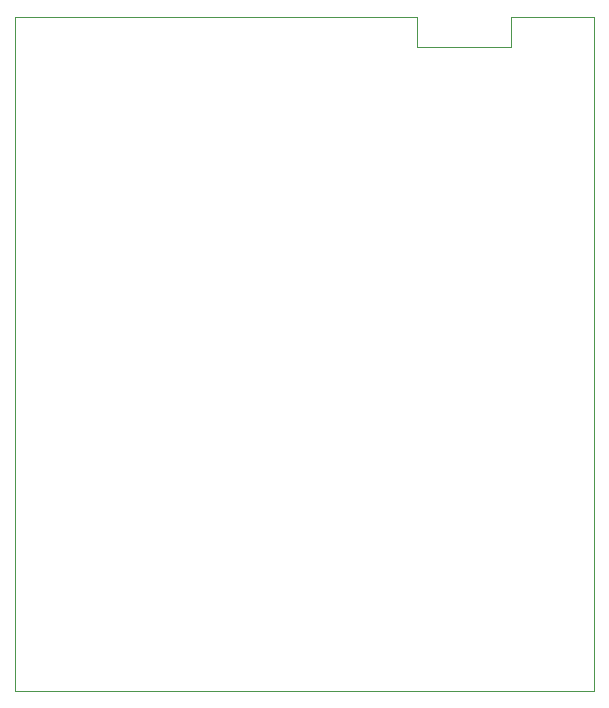
<source format=gbr>
%TF.GenerationSoftware,KiCad,Pcbnew,6.0.0*%
%TF.CreationDate,2022-05-21T22:27:14+02:00*%
%TF.ProjectId,cowdin-3b-esp32,636f7764-696e-42d3-9362-2d6573703332,1*%
%TF.SameCoordinates,Original*%
%TF.FileFunction,Profile,NP*%
%FSLAX46Y46*%
G04 Gerber Fmt 4.6, Leading zero omitted, Abs format (unit mm)*
G04 Created by KiCad (PCBNEW 6.0.0) date 2022-05-21 22:27:14*
%MOMM*%
%LPD*%
G01*
G04 APERTURE LIST*
%TA.AperFunction,Profile*%
%ADD10C,0.100000*%
%TD*%
G04 APERTURE END LIST*
D10*
X173000000Y-76500000D02*
X173000000Y-133500000D01*
X158000000Y-76500000D02*
X158000000Y-79000000D01*
X158000000Y-79000000D02*
X166000000Y-79000000D01*
X166000000Y-76500000D02*
X173000000Y-76500000D01*
X173000000Y-133500000D02*
X124000000Y-133500000D01*
X166000000Y-79000000D02*
X166000000Y-76500000D01*
X124000000Y-76500000D02*
X158000000Y-76500000D01*
X124000000Y-133500000D02*
X124000000Y-76500000D01*
M02*

</source>
